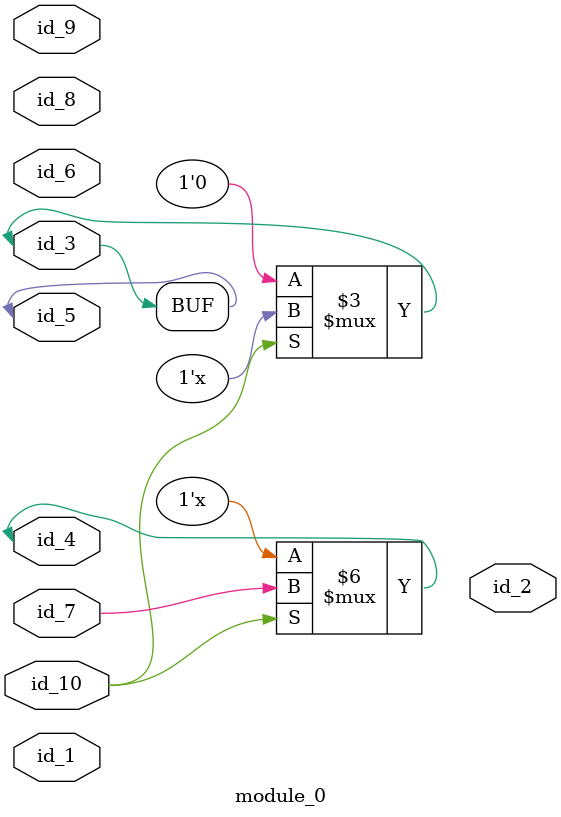
<source format=v>
module module_0 (
    id_1,
    id_2,
    id_3,
    id_4,
    id_5,
    id_6,
    id_7,
    id_8,
    id_9,
    id_10
);
  input id_10;
  input id_9;
  inout id_8;
  inout id_7;
  inout id_6;
  inout id_5;
  inout id_4;
  inout id_3;
  output id_2;
  input id_1;
  assign id_5 = id_3;
  always #(1 + id_6) begin
    if (id_10) begin
      id_4 <= id_7;
    end else begin
      id_5 <= 1 - 1;
    end
  end
endmodule

</source>
